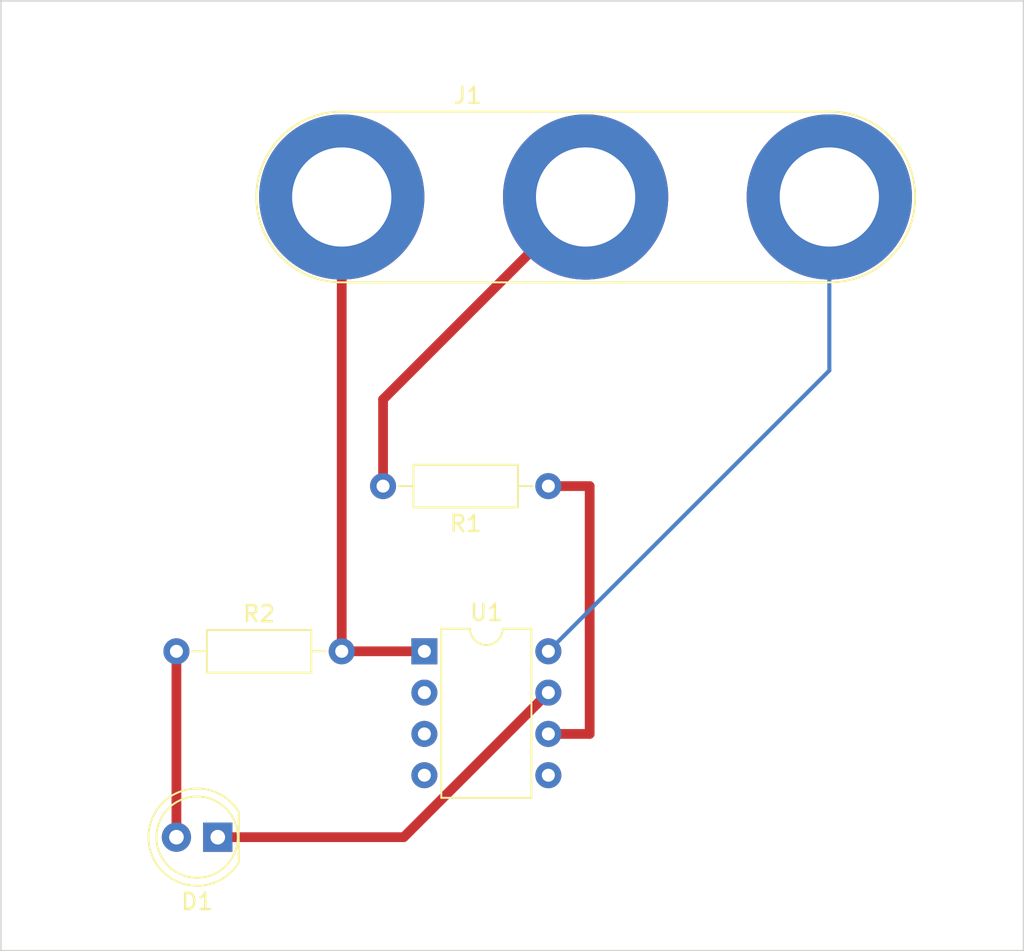
<source format=kicad_pcb>
(kicad_pcb (version 4) (host pcbnew 4.0.6)

  (general
    (links 7)
    (no_connects 0)
    (area 136.474999 88.214999 199.440001 146.735001)
    (thickness 1.6)
    (drawings 5)
    (tracks 12)
    (zones 0)
    (modules 5)
    (nets 11)
  )

  (page A4)
  (title_block
    (title Tutorial1)
  )

  (layers
    (0 F.Cu signal)
    (31 B.Cu signal)
    (32 B.Adhes user)
    (33 F.Adhes user)
    (34 B.Paste user)
    (35 F.Paste user)
    (36 B.SilkS user)
    (37 F.SilkS user)
    (38 B.Mask user)
    (39 F.Mask user)
    (40 Dwgs.User user)
    (41 Cmts.User user)
    (42 Eco1.User user)
    (43 Eco2.User user)
    (44 Edge.Cuts user)
    (45 Margin user)
    (46 B.CrtYd user)
    (47 F.CrtYd user)
    (48 B.Fab user)
    (49 F.Fab user)
  )

  (setup
    (last_trace_width 0.25)
    (trace_clearance 0.25)
    (zone_clearance 0.508)
    (zone_45_only yes)
    (trace_min 0.25)
    (segment_width 0.2)
    (edge_width 0.1)
    (via_size 0.6)
    (via_drill 0.4)
    (via_min_size 0.4)
    (via_min_drill 0.3)
    (uvia_size 0.3)
    (uvia_drill 0.1)
    (uvias_allowed no)
    (uvia_min_size 0.2)
    (uvia_min_drill 0.1)
    (pcb_text_width 0.3)
    (pcb_text_size 1.5 1.5)
    (mod_edge_width 0.15)
    (mod_text_size 1 1)
    (mod_text_width 0.15)
    (pad_size 1.5 1.5)
    (pad_drill 0.6)
    (pad_to_mask_clearance 0)
    (aux_axis_origin 0 0)
    (visible_elements FFFFFF7F)
    (pcbplotparams
      (layerselection 0x010f0_80000001)
      (usegerberextensions false)
      (excludeedgelayer true)
      (linewidth 0.100000)
      (plotframeref false)
      (viasonmask false)
      (mode 1)
      (useauxorigin false)
      (hpglpennumber 1)
      (hpglpenspeed 20)
      (hpglpendiameter 15)
      (hpglpenoverlay 2)
      (psnegative false)
      (psa4output false)
      (plotreference true)
      (plotvalue true)
      (plotinvisibletext false)
      (padsonsilk false)
      (subtractmaskfromsilk false)
      (outputformat 1)
      (mirror false)
      (drillshape 0)
      (scaleselection 1)
      (outputdirectory gerber/))
  )

  (net 0 "")
  (net 1 /uCtoLED)
  (net 2 /LEDtoR)
  (net 3 VCC)
  (net 4 GND)
  (net 5 /INPUTtoR)
  (net 6 /INPUT)
  (net 7 "Net-(U1-Pad5)")
  (net 8 "Net-(U1-Pad2)")
  (net 9 "Net-(U1-Pad3)")
  (net 10 "Net-(U1-Pad4)")

  (net_class Default "This is the default net class."
    (clearance 0.25)
    (trace_width 0.25)
    (via_dia 0.6)
    (via_drill 0.4)
    (uvia_dia 0.3)
    (uvia_drill 0.1)
    (add_net GND)
  )

  (net_class power ""
    (clearance 0.25)
    (trace_width 0.6)
    (via_dia 0.6)
    (via_drill 0.4)
    (uvia_dia 0.3)
    (uvia_drill 0.1)
    (add_net /INPUT)
    (add_net /INPUTtoR)
    (add_net /LEDtoR)
    (add_net /uCtoLED)
    (add_net "Net-(U1-Pad2)")
    (add_net "Net-(U1-Pad3)")
    (add_net "Net-(U1-Pad4)")
    (add_net "Net-(U1-Pad5)")
    (add_net VCC)
  )

  (module LEDs:LED_D5.0mm (layer F.Cu) (tedit 587A3A7B) (tstamp 595D94E3)
    (at 149.86 139.7 180)
    (descr "LED, diameter 5.0mm, 2 pins, http://cdn-reichelt.de/documents/datenblatt/A500/LL-504BC2E-009.pdf")
    (tags "LED diameter 5.0mm 2 pins")
    (path /595019BC)
    (fp_text reference D1 (at 1.27 -3.96 180) (layer F.SilkS)
      (effects (font (size 1 1) (thickness 0.15)))
    )
    (fp_text value LED (at 1.27 3.96 180) (layer F.Fab)
      (effects (font (size 1 1) (thickness 0.15)))
    )
    (fp_arc (start 1.27 0) (end -1.23 -1.469694) (angle 299.1) (layer F.Fab) (width 0.1))
    (fp_arc (start 1.27 0) (end -1.29 -1.54483) (angle 148.9) (layer F.SilkS) (width 0.12))
    (fp_arc (start 1.27 0) (end -1.29 1.54483) (angle -148.9) (layer F.SilkS) (width 0.12))
    (fp_circle (center 1.27 0) (end 3.77 0) (layer F.Fab) (width 0.1))
    (fp_circle (center 1.27 0) (end 3.77 0) (layer F.SilkS) (width 0.12))
    (fp_line (start -1.23 -1.469694) (end -1.23 1.469694) (layer F.Fab) (width 0.1))
    (fp_line (start -1.29 -1.545) (end -1.29 1.545) (layer F.SilkS) (width 0.12))
    (fp_line (start -1.95 -3.25) (end -1.95 3.25) (layer F.CrtYd) (width 0.05))
    (fp_line (start -1.95 3.25) (end 4.5 3.25) (layer F.CrtYd) (width 0.05))
    (fp_line (start 4.5 3.25) (end 4.5 -3.25) (layer F.CrtYd) (width 0.05))
    (fp_line (start 4.5 -3.25) (end -1.95 -3.25) (layer F.CrtYd) (width 0.05))
    (pad 1 thru_hole rect (at 0 0 180) (size 1.8 1.8) (drill 0.9) (layers *.Cu *.Mask)
      (net 1 /uCtoLED))
    (pad 2 thru_hole circle (at 2.54 0 180) (size 1.8 1.8) (drill 0.9) (layers *.Cu *.Mask)
      (net 2 /LEDtoR))
    (model LEDs.3dshapes/LED_D5.0mm.wrl
      (at (xyz 0 0 0))
      (scale (xyz 0.393701 0.393701 0.393701))
      (rotate (xyz 0 0 0))
    )
  )

  (module Connectors:Banana_Jack_3Pin (layer F.Cu) (tedit 58613A44) (tstamp 595D94EA)
    (at 157.48 100.33)
    (descr "Triple banana socket, footprint - 3 x 6mm drills")
    (tags "banana socket")
    (path /59501ED7)
    (fp_text reference J1 (at 7.75 -6.25) (layer F.SilkS)
      (effects (font (size 1 1) (thickness 0.15)))
    )
    (fp_text value MYCONN3 (at 22.5 -6.25) (layer F.Fab)
      (effects (font (size 1 1) (thickness 0.15)))
    )
    (fp_circle (center 30 0) (end 30 -2) (layer F.Fab) (width 0.1))
    (fp_circle (center 30 0) (end 30 -4.75) (layer F.Fab) (width 0.1))
    (fp_circle (center 15 0) (end 19.75 0) (layer F.Fab) (width 0.1))
    (fp_circle (center 15 0) (end 17 0) (layer F.Fab) (width 0.1))
    (fp_circle (center 0 0) (end 4.75 0) (layer F.Fab) (width 0.1))
    (fp_circle (center 0 0) (end 2 0) (layer F.Fab) (width 0.1))
    (fp_line (start 30 5.5) (end 0 5.5) (layer F.CrtYd) (width 0.05))
    (fp_line (start 0 -5.5) (end 30 -5.5) (layer F.CrtYd) (width 0.05))
    (fp_arc (start 0 0) (end 0 5.5) (angle 180) (layer F.CrtYd) (width 0.05))
    (fp_arc (start 30 0) (end 30 -5.5) (angle 180) (layer F.CrtYd) (width 0.05))
    (fp_line (start 0 5.25) (end 30 5.25) (layer F.SilkS) (width 0.12))
    (fp_line (start 30 -5.25) (end 0 -5.25) (layer F.SilkS) (width 0.12))
    (fp_arc (start 30 0) (end 30 -5.25) (angle 180) (layer F.SilkS) (width 0.12))
    (fp_arc (start 0 0) (end 0 5.25) (angle 180) (layer F.SilkS) (width 0.12))
    (pad 1 thru_hole circle (at 0 0) (size 10.16 10.16) (drill 6.1) (layers *.Cu *.Mask)
      (net 3 VCC))
    (pad 3 thru_hole circle (at 29.97 0) (size 10.16 10.16) (drill 6.1) (layers *.Cu *.Mask)
      (net 4 GND))
    (pad 2 thru_hole circle (at 14.99 0) (size 10.16 10.16) (drill 6.1) (layers *.Cu *.Mask)
      (net 5 /INPUTtoR))
    (model Connectors.3dshapes/Banana_Jack_3Pin.wrl
      (at (xyz 0.5905511811023623 0 0))
      (scale (xyz 2 2 2))
      (rotate (xyz 0 0 0))
    )
  )

  (module Resistors_THT:R_Axial_DIN0207_L6.3mm_D2.5mm_P10.16mm_Horizontal (layer F.Cu) (tedit 5874F706) (tstamp 595D94F0)
    (at 170.18 118.11 180)
    (descr "Resistor, Axial_DIN0207 series, Axial, Horizontal, pin pitch=10.16mm, 0.25W = 1/4W, length*diameter=6.3*2.5mm^2, http://cdn-reichelt.de/documents/datenblatt/B400/1_4W%23YAG.pdf")
    (tags "Resistor Axial_DIN0207 series Axial Horizontal pin pitch 10.16mm 0.25W = 1/4W length 6.3mm diameter 2.5mm")
    (path /594C6022)
    (fp_text reference R1 (at 5.08 -2.31 180) (layer F.SilkS)
      (effects (font (size 1 1) (thickness 0.15)))
    )
    (fp_text value 100 (at 5.08 2.31 180) (layer F.Fab)
      (effects (font (size 1 1) (thickness 0.15)))
    )
    (fp_line (start 1.93 -1.25) (end 1.93 1.25) (layer F.Fab) (width 0.1))
    (fp_line (start 1.93 1.25) (end 8.23 1.25) (layer F.Fab) (width 0.1))
    (fp_line (start 8.23 1.25) (end 8.23 -1.25) (layer F.Fab) (width 0.1))
    (fp_line (start 8.23 -1.25) (end 1.93 -1.25) (layer F.Fab) (width 0.1))
    (fp_line (start 0 0) (end 1.93 0) (layer F.Fab) (width 0.1))
    (fp_line (start 10.16 0) (end 8.23 0) (layer F.Fab) (width 0.1))
    (fp_line (start 1.87 -1.31) (end 1.87 1.31) (layer F.SilkS) (width 0.12))
    (fp_line (start 1.87 1.31) (end 8.29 1.31) (layer F.SilkS) (width 0.12))
    (fp_line (start 8.29 1.31) (end 8.29 -1.31) (layer F.SilkS) (width 0.12))
    (fp_line (start 8.29 -1.31) (end 1.87 -1.31) (layer F.SilkS) (width 0.12))
    (fp_line (start 0.98 0) (end 1.87 0) (layer F.SilkS) (width 0.12))
    (fp_line (start 9.18 0) (end 8.29 0) (layer F.SilkS) (width 0.12))
    (fp_line (start -1.05 -1.6) (end -1.05 1.6) (layer F.CrtYd) (width 0.05))
    (fp_line (start -1.05 1.6) (end 11.25 1.6) (layer F.CrtYd) (width 0.05))
    (fp_line (start 11.25 1.6) (end 11.25 -1.6) (layer F.CrtYd) (width 0.05))
    (fp_line (start 11.25 -1.6) (end -1.05 -1.6) (layer F.CrtYd) (width 0.05))
    (pad 1 thru_hole circle (at 0 0 180) (size 1.6 1.6) (drill 0.8) (layers *.Cu *.Mask)
      (net 6 /INPUT))
    (pad 2 thru_hole oval (at 10.16 0 180) (size 1.6 1.6) (drill 0.8) (layers *.Cu *.Mask)
      (net 5 /INPUTtoR))
    (model Resistors_THT.3dshapes/R_Axial_DIN0207_L6.3mm_D2.5mm_P10.16mm_Horizontal.wrl
      (at (xyz 0 0 0))
      (scale (xyz 0.393701 0.393701 0.393701))
      (rotate (xyz 0 0 0))
    )
  )

  (module Resistors_THT:R_Axial_DIN0207_L6.3mm_D2.5mm_P10.16mm_Horizontal (layer F.Cu) (tedit 5874F706) (tstamp 595D94F6)
    (at 147.32 128.27)
    (descr "Resistor, Axial_DIN0207 series, Axial, Horizontal, pin pitch=10.16mm, 0.25W = 1/4W, length*diameter=6.3*2.5mm^2, http://cdn-reichelt.de/documents/datenblatt/B400/1_4W%23YAG.pdf")
    (tags "Resistor Axial_DIN0207 series Axial Horizontal pin pitch 10.16mm 0.25W = 1/4W length 6.3mm diameter 2.5mm")
    (path /594C5F65)
    (fp_text reference R2 (at 5.08 -2.31) (layer F.SilkS)
      (effects (font (size 1 1) (thickness 0.15)))
    )
    (fp_text value 1k (at 5.08 2.31) (layer F.Fab)
      (effects (font (size 1 1) (thickness 0.15)))
    )
    (fp_line (start 1.93 -1.25) (end 1.93 1.25) (layer F.Fab) (width 0.1))
    (fp_line (start 1.93 1.25) (end 8.23 1.25) (layer F.Fab) (width 0.1))
    (fp_line (start 8.23 1.25) (end 8.23 -1.25) (layer F.Fab) (width 0.1))
    (fp_line (start 8.23 -1.25) (end 1.93 -1.25) (layer F.Fab) (width 0.1))
    (fp_line (start 0 0) (end 1.93 0) (layer F.Fab) (width 0.1))
    (fp_line (start 10.16 0) (end 8.23 0) (layer F.Fab) (width 0.1))
    (fp_line (start 1.87 -1.31) (end 1.87 1.31) (layer F.SilkS) (width 0.12))
    (fp_line (start 1.87 1.31) (end 8.29 1.31) (layer F.SilkS) (width 0.12))
    (fp_line (start 8.29 1.31) (end 8.29 -1.31) (layer F.SilkS) (width 0.12))
    (fp_line (start 8.29 -1.31) (end 1.87 -1.31) (layer F.SilkS) (width 0.12))
    (fp_line (start 0.98 0) (end 1.87 0) (layer F.SilkS) (width 0.12))
    (fp_line (start 9.18 0) (end 8.29 0) (layer F.SilkS) (width 0.12))
    (fp_line (start -1.05 -1.6) (end -1.05 1.6) (layer F.CrtYd) (width 0.05))
    (fp_line (start -1.05 1.6) (end 11.25 1.6) (layer F.CrtYd) (width 0.05))
    (fp_line (start 11.25 1.6) (end 11.25 -1.6) (layer F.CrtYd) (width 0.05))
    (fp_line (start 11.25 -1.6) (end -1.05 -1.6) (layer F.CrtYd) (width 0.05))
    (pad 1 thru_hole circle (at 0 0) (size 1.6 1.6) (drill 0.8) (layers *.Cu *.Mask)
      (net 2 /LEDtoR))
    (pad 2 thru_hole oval (at 10.16 0) (size 1.6 1.6) (drill 0.8) (layers *.Cu *.Mask)
      (net 3 VCC))
    (model Resistors_THT.3dshapes/R_Axial_DIN0207_L6.3mm_D2.5mm_P10.16mm_Horizontal.wrl
      (at (xyz 0 0 0))
      (scale (xyz 0.393701 0.393701 0.393701))
      (rotate (xyz 0 0 0))
    )
  )

  (module Housings_DIP:DIP-8_W7.62mm (layer F.Cu) (tedit 58CC8E33) (tstamp 595D9502)
    (at 162.56 128.27)
    (descr "8-lead dip package, row spacing 7.62 mm (300 mils)")
    (tags "DIL DIP PDIP 2.54mm 7.62mm 300mil")
    (path /5950186C)
    (fp_text reference U1 (at 3.81 -2.39) (layer F.SilkS)
      (effects (font (size 1 1) (thickness 0.15)))
    )
    (fp_text value PIC12C508A-I/SN (at 3.81 10.01) (layer F.Fab)
      (effects (font (size 1 1) (thickness 0.15)))
    )
    (fp_text user %R (at 3.81 3.81) (layer F.Fab)
      (effects (font (size 1 1) (thickness 0.15)))
    )
    (fp_line (start 1.635 -1.27) (end 6.985 -1.27) (layer F.Fab) (width 0.1))
    (fp_line (start 6.985 -1.27) (end 6.985 8.89) (layer F.Fab) (width 0.1))
    (fp_line (start 6.985 8.89) (end 0.635 8.89) (layer F.Fab) (width 0.1))
    (fp_line (start 0.635 8.89) (end 0.635 -0.27) (layer F.Fab) (width 0.1))
    (fp_line (start 0.635 -0.27) (end 1.635 -1.27) (layer F.Fab) (width 0.1))
    (fp_line (start 2.81 -1.39) (end 1.04 -1.39) (layer F.SilkS) (width 0.12))
    (fp_line (start 1.04 -1.39) (end 1.04 9.01) (layer F.SilkS) (width 0.12))
    (fp_line (start 1.04 9.01) (end 6.58 9.01) (layer F.SilkS) (width 0.12))
    (fp_line (start 6.58 9.01) (end 6.58 -1.39) (layer F.SilkS) (width 0.12))
    (fp_line (start 6.58 -1.39) (end 4.81 -1.39) (layer F.SilkS) (width 0.12))
    (fp_line (start -1.1 -1.6) (end -1.1 9.2) (layer F.CrtYd) (width 0.05))
    (fp_line (start -1.1 9.2) (end 8.7 9.2) (layer F.CrtYd) (width 0.05))
    (fp_line (start 8.7 9.2) (end 8.7 -1.6) (layer F.CrtYd) (width 0.05))
    (fp_line (start 8.7 -1.6) (end -1.1 -1.6) (layer F.CrtYd) (width 0.05))
    (fp_arc (start 3.81 -1.39) (end 2.81 -1.39) (angle -180) (layer F.SilkS) (width 0.12))
    (pad 1 thru_hole rect (at 0 0) (size 1.6 1.6) (drill 0.8) (layers *.Cu *.Mask)
      (net 3 VCC))
    (pad 5 thru_hole oval (at 7.62 7.62) (size 1.6 1.6) (drill 0.8) (layers *.Cu *.Mask)
      (net 7 "Net-(U1-Pad5)"))
    (pad 2 thru_hole oval (at 0 2.54) (size 1.6 1.6) (drill 0.8) (layers *.Cu *.Mask)
      (net 8 "Net-(U1-Pad2)"))
    (pad 6 thru_hole oval (at 7.62 5.08) (size 1.6 1.6) (drill 0.8) (layers *.Cu *.Mask)
      (net 6 /INPUT))
    (pad 3 thru_hole oval (at 0 5.08) (size 1.6 1.6) (drill 0.8) (layers *.Cu *.Mask)
      (net 9 "Net-(U1-Pad3)"))
    (pad 7 thru_hole oval (at 7.62 2.54) (size 1.6 1.6) (drill 0.8) (layers *.Cu *.Mask)
      (net 1 /uCtoLED))
    (pad 4 thru_hole oval (at 0 7.62) (size 1.6 1.6) (drill 0.8) (layers *.Cu *.Mask)
      (net 10 "Net-(U1-Pad4)"))
    (pad 8 thru_hole oval (at 7.62 0) (size 1.6 1.6) (drill 0.8) (layers *.Cu *.Mask)
      (net 4 GND))
    (model ${KISYS3DMOD}/Housings_DIP.3dshapes/DIP-8_W7.62mm.wrl
      (at (xyz 0 0 0))
      (scale (xyz 1 1 1))
      (rotate (xyz 0 0 0))
    )
  )

  (gr_line (start 199.39 88.265) (end 199.39 88.9) (angle 90) (layer Edge.Cuts) (width 0.1))
  (gr_line (start 136.525 88.265) (end 199.39 88.265) (angle 90) (layer Edge.Cuts) (width 0.1))
  (gr_line (start 199.39 146.685) (end 199.39 88.9) (angle 90) (layer Edge.Cuts) (width 0.1))
  (gr_line (start 136.525 146.685) (end 199.39 146.685) (angle 90) (layer Edge.Cuts) (width 0.1))
  (gr_line (start 136.525 88.265) (end 136.525 146.685) (angle 90) (layer Edge.Cuts) (width 0.1))

  (segment (start 149.86 139.7) (end 161.29 139.7) (width 0.6) (layer F.Cu) (net 1) (status 10))
  (segment (start 161.29 139.7) (end 170.18 130.81) (width 0.6) (layer F.Cu) (net 1) (tstamp 595D9791))
  (segment (start 147.32 128.27) (end 147.32 139.7) (width 0.6) (layer F.Cu) (net 2) (status 20))
  (segment (start 157.48 128.27) (end 162.56 128.27) (width 0.6) (layer F.Cu) (net 3))
  (segment (start 157.48 100.33) (end 157.48 128.27) (width 0.6) (layer F.Cu) (net 3))
  (segment (start 187.45 111) (end 170.18 128.27) (width 0.25) (layer B.Cu) (net 4) (tstamp 595D9811))
  (segment (start 187.45 100.33) (end 187.45 111) (width 0.25) (layer B.Cu) (net 4))
  (segment (start 160.02 118.11) (end 160.02 112.78) (width 0.6) (layer F.Cu) (net 5))
  (segment (start 160.02 112.78) (end 172.47 100.33) (width 0.6) (layer F.Cu) (net 5) (tstamp 595D9720))
  (segment (start 172.72 133.35) (end 170.18 133.35) (width 0.6) (layer F.Cu) (net 6) (tstamp 595D97DE))
  (segment (start 172.72 118.11) (end 172.72 133.35) (width 0.6) (layer F.Cu) (net 6) (tstamp 595D97DC))
  (segment (start 170.18 118.11) (end 172.72 118.11) (width 0.6) (layer F.Cu) (net 6))

  (zone (net 0) (net_name "") (layer B.Paste) (tstamp 595D99D1) (hatch edge 0.508)
    (connect_pads (clearance 0.508))
    (min_thickness 0.254)
    (fill yes (arc_segments 16) (thermal_gap 0.508) (thermal_bridge_width 0.508))
    (polygon
      (pts
        (xy 197.485 144.78) (xy 138.43 144.78) (xy 138.43 90.17) (xy 197.485 90.17)
      )
    )
    (filled_polygon
      (pts
        (xy 197.358 144.653) (xy 138.557 144.653) (xy 138.557 90.297) (xy 197.358 90.297)
      )
    )
  )
)

</source>
